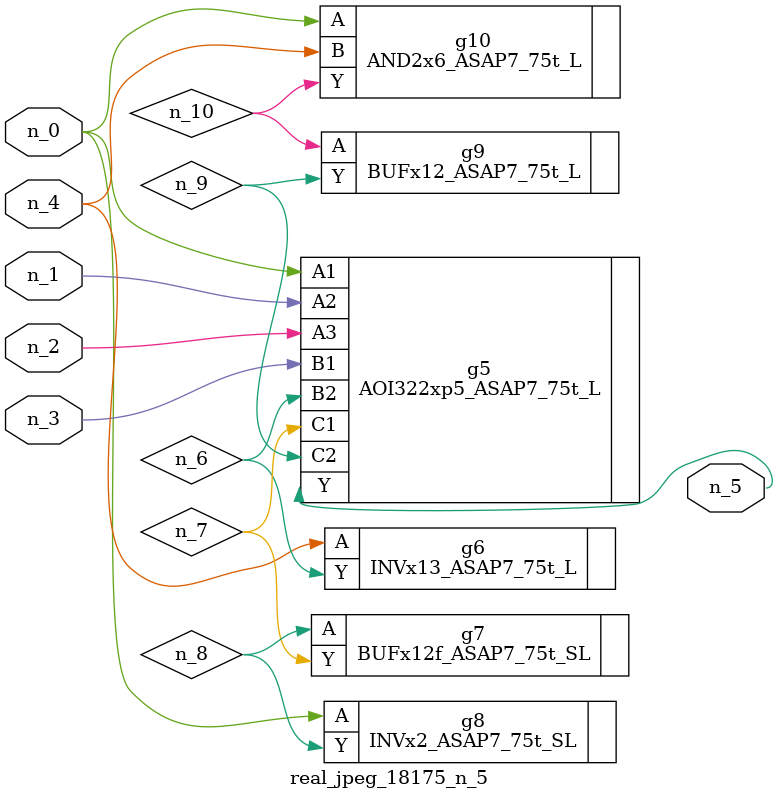
<source format=v>
module real_jpeg_18175_n_5 (n_4, n_0, n_1, n_2, n_3, n_5);

input n_4;
input n_0;
input n_1;
input n_2;
input n_3;

output n_5;

wire n_8;
wire n_6;
wire n_7;
wire n_10;
wire n_9;

AOI322xp5_ASAP7_75t_L g5 ( 
.A1(n_0),
.A2(n_1),
.A3(n_2),
.B1(n_3),
.B2(n_6),
.C1(n_7),
.C2(n_9),
.Y(n_5)
);

INVx2_ASAP7_75t_SL g8 ( 
.A(n_0),
.Y(n_8)
);

AND2x6_ASAP7_75t_L g10 ( 
.A(n_0),
.B(n_4),
.Y(n_10)
);

INVx13_ASAP7_75t_L g6 ( 
.A(n_4),
.Y(n_6)
);

BUFx12f_ASAP7_75t_SL g7 ( 
.A(n_8),
.Y(n_7)
);

BUFx12_ASAP7_75t_L g9 ( 
.A(n_10),
.Y(n_9)
);


endmodule
</source>
